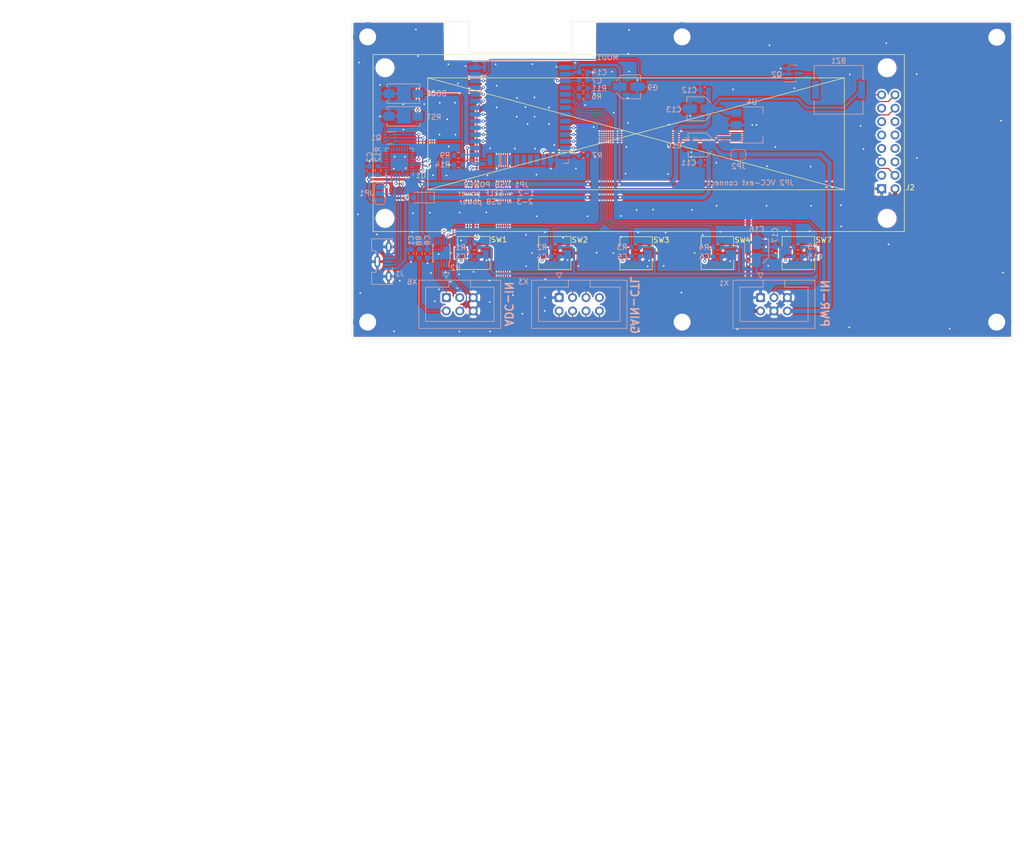
<source format=kicad_pcb>
(kicad_pcb (version 20211014) (generator pcbnew)

  (general
    (thickness 1.6)
  )

  (paper "A4")
  (layers
    (0 "F.Cu" signal)
    (31 "B.Cu" signal)
    (32 "B.Adhes" user "B.Adhesive")
    (33 "F.Adhes" user "F.Adhesive")
    (34 "B.Paste" user)
    (35 "F.Paste" user)
    (36 "B.SilkS" user "B.Silkscreen")
    (37 "F.SilkS" user "F.Silkscreen")
    (38 "B.Mask" user)
    (39 "F.Mask" user)
    (40 "Dwgs.User" user "User.Drawings")
    (41 "Cmts.User" user "User.Comments")
    (42 "Eco1.User" user "User.Eco1")
    (43 "Eco2.User" user "User.Eco2")
    (44 "Edge.Cuts" user)
    (45 "Margin" user)
    (46 "B.CrtYd" user "B.Courtyard")
    (47 "F.CrtYd" user "F.Courtyard")
    (48 "B.Fab" user)
    (49 "F.Fab" user)
  )

  (setup
    (stackup
      (layer "F.SilkS" (type "Top Silk Screen"))
      (layer "F.Paste" (type "Top Solder Paste"))
      (layer "F.Mask" (type "Top Solder Mask") (thickness 0.01))
      (layer "F.Cu" (type "copper") (thickness 0.035))
      (layer "dielectric 1" (type "core") (thickness 1.51) (material "FR4") (epsilon_r 4.5) (loss_tangent 0.02))
      (layer "B.Cu" (type "copper") (thickness 0.035))
      (layer "B.Mask" (type "Bottom Solder Mask") (thickness 0.01))
      (layer "B.Paste" (type "Bottom Solder Paste"))
      (layer "B.SilkS" (type "Bottom Silk Screen"))
      (copper_finish "None")
      (dielectric_constraints no)
    )
    (pad_to_mask_clearance 0)
    (pcbplotparams
      (layerselection 0x00010fc_ffffffff)
      (disableapertmacros false)
      (usegerberextensions false)
      (usegerberattributes true)
      (usegerberadvancedattributes true)
      (creategerberjobfile true)
      (svguseinch false)
      (svgprecision 6)
      (excludeedgelayer true)
      (plotframeref false)
      (viasonmask false)
      (mode 1)
      (useauxorigin false)
      (hpglpennumber 1)
      (hpglpenspeed 20)
      (hpglpendiameter 15.000000)
      (dxfpolygonmode true)
      (dxfimperialunits true)
      (dxfusepcbnewfont true)
      (psnegative false)
      (psa4output false)
      (plotreference true)
      (plotvalue true)
      (plotinvisibletext false)
      (sketchpadsonfab false)
      (subtractmaskfromsilk false)
      (outputformat 1)
      (mirror false)
      (drillshape 1)
      (scaleselection 1)
      (outputdirectory "")
    )
  )

  (net 0 "")
  (net 1 "VCC")
  (net 2 "GND")
  (net 3 "+3V3")
  (net 4 "/ESP_RST")
  (net 5 "/BTN_USR_1")
  (net 6 "/BTN_USR_2")
  (net 7 "/BTN_USR_3")
  (net 8 "/BTN_USR_4")
  (net 9 "/ERROR")
  (net 10 "unconnected-(U1-Pad1)")
  (net 11 "unconnected-(U1-Pad2)")
  (net 12 "unconnected-(U1-Pad10)")
  (net 13 "unconnected-(U1-Pad11)")
  (net 14 "unconnected-(U1-Pad12)")
  (net 15 "unconnected-(U1-Pad13)")
  (net 16 "unconnected-(U1-Pad14)")
  (net 17 "unconnected-(U1-Pad15)")
  (net 18 "unconnected-(U1-Pad16)")
  (net 19 "unconnected-(U1-Pad17)")
  (net 20 "unconnected-(U1-Pad18)")
  (net 21 "unconnected-(U1-Pad19)")
  (net 22 "unconnected-(U1-Pad20)")
  (net 23 "unconnected-(U1-Pad21)")
  (net 24 "/ESP_GPIO0")
  (net 25 "unconnected-(U1-Pad22)")
  (net 26 "unconnected-(U1-Pad23)")
  (net 27 "unconnected-(U1-Pad27)")
  (net 28 "/IN_ADC0")
  (net 29 "/I2C_SDA")
  (net 30 "/ESP_RX")
  (net 31 "/ESP_TX")
  (net 32 "/I2C_SCL")
  (net 33 "/IN_ADC1")
  (net 34 "/IN_ADC2")
  (net 35 "unconnected-(U2-Pad7)")
  (net 36 "/BTN_USR_5")
  (net 37 "/uC04")
  (net 38 "/uC05")
  (net 39 "/uC03")
  (net 40 "/ESP_GPIO2")
  (net 41 "/uC06")
  (net 42 "/uC02")
  (net 43 "unconnected-(X3-Pad7)")
  (net 44 "VBUS")
  (net 45 "Net-(JP1-Pad2)")
  (net 46 "/DTR")
  (net 47 "/RTS")
  (net 48 "/USB_RST")
  (net 49 "/D-")
  (net 50 "/D+")
  (net 51 "/LEVEL")
  (net 52 "unconnected-(J2-Pad3)")
  (net 53 "/OLED_MOSI")
  (net 54 "unconnected-(J2-Pad6)")
  (net 55 "unconnected-(J2-Pad7)")
  (net 56 "unconnected-(J2-Pad8)")
  (net 57 "unconnected-(J2-Pad9)")
  (net 58 "unconnected-(J2-Pad10)")
  (net 59 "unconnected-(J2-Pad11)")
  (net 60 "unconnected-(J2-Pad12)")
  (net 61 "unconnected-(J2-Pad13)")
  (net 62 "/OLED_DC")
  (net 63 "/OLED_RST")
  (net 64 "/OLED_CS")
  (net 65 "/ESP_GPIO12")
  (net 66 "/BUZZER")
  (net 67 "unconnected-(MOD1-Pad17)")
  (net 68 "unconnected-(MOD1-Pad18)")
  (net 69 "unconnected-(MOD1-Pad19)")
  (net 70 "unconnected-(MOD1-Pad20)")
  (net 71 "unconnected-(MOD1-Pad21)")
  (net 72 "unconnected-(MOD1-Pad22)")
  (net 73 "/OLED_SCK")
  (net 74 "/uC01")
  (net 75 "unconnected-(MOD1-Pad32)")
  (net 76 "/LEVEL_PU")
  (net 77 "unconnected-(U2-Pad2)")
  (net 78 "/VCC-ext")
  (net 79 "Net-(BZ1-Pad2)")

  (footprint "Button_Switch_SMD:SW_SPST_ALPS_SKPMAME010" (layer "F.Cu") (at 93.9546 109.8296))

  (footprint "MountingHole:MountingHole_3.2mm_M3_ISO14580_Pad" (layer "F.Cu") (at 58.547 68.9102))

  (footprint "MountingHole:MountingHole_3.2mm_M3_ISO14580_Pad" (layer "F.Cu") (at 177.5714 68.9864))

  (footprint "MountingHole:MountingHole_3.2mm_M3_ISO14580_Pad" (layer "F.Cu") (at 177.546 122.9106))

  (footprint "Button_Switch_SMD:SW_SPST_ALPS_SKPMAME010" (layer "F.Cu") (at 109.333893 109.855))

  (footprint "Button_Switch_SMD:SW_SPST_ALPS_SKPMAME010" (layer "F.Cu") (at 140.0302 109.8296))

  (footprint "Button_Switch_SMD:SW_SPST_ALPS_SKPMAME010" (layer "F.Cu") (at 124.700893 109.8296))

  (footprint "MountingHole:MountingHole_3.2mm_M3_ISO14580_Pad" (layer "F.Cu") (at 58.547 122.9106))

  (footprint "Button_Switch_SMD:SW_SPST_ALPS_SKPMAME010" (layer "F.Cu") (at 78.613 109.8296))

  (footprint "MountingHole:MountingHole_3.2mm_M3_ISO14580_Pad" (layer "F.Cu") (at 118.0338 122.9106))

  (footprint "MountingHole:MountingHole_3.2mm_M3_ISO14580_Pad" (layer "F.Cu") (at 118.0338 68.9102))

  (footprint "Display:OLED_SSD1322_NHD_256X64" (layer "F.Cu") (at 160.0708 72.263))

  (footprint "Capacitor_SMD:C_0603_1608Metric" (layer "B.Cu") (at 69.85 109.9312 -90))

  (footprint "Capacitor_SMD:C_0603_1608Metric" (layer "B.Cu") (at 109.22 110.49 180))

  (footprint "Capacitor_SMD:C_0603_1608Metric" (layer "B.Cu") (at 66.7512 109.9058 -90))

  (footprint "Resistor_SMD:R_0603_1608Metric" (layer "B.Cu") (at 99.3394 91.3384))

  (footprint "Connector_IDC:IDC-Header_2x04_P2.54mm_Vertical" (layer "B.Cu") (at 94.7674 118.2624 -90))

  (footprint "Capacitor_SMD:C_0603_1608Metric" (layer "B.Cu") (at 139.954 110.49 180))

  (footprint "Resistor_SMD:R_0603_1608Metric" (layer "B.Cu") (at 93.98 108.712 180))

  (footprint "Capacitor_SMD:C_0603_1608Metric" (layer "B.Cu") (at 124.714 110.49 180))

  (footprint "Package_SO:TSSOP-10_3x3mm_P0.5mm" (layer "B.Cu") (at 72.4916 109.855 90))

  (footprint "Capacitor_SMD:C_Elec_4x5.4" (layer "B.Cu") (at 121.1834 82.5246 180))

  (footprint "Diode_SMD:D_SOD-123" (layer "B.Cu") (at 68.8848 99.314 180))

  (footprint "Resistor_SMD:R_0603_1608Metric" (layer "B.Cu") (at 109.22 108.712 180))

  (footprint "Package_TO_SOT_SMD:SOT-23" (layer "B.Cu") (at 139.1412 75.8444))

  (footprint "Jumper:SolderJumper-2_P1.3mm_Open_RoundedPad1.0x1.5mm" (layer "B.Cu") (at 128.6764 91.2368 180))

  (footprint "Capacitor_SMD:C_0603_1608Metric" (layer "B.Cu") (at 135.636 109.474 90))

  (footprint "Connector_IDC:IDC-Header_2x03_P2.54mm_Vertical" (layer "B.Cu") (at 132.8674 118.2624 -90))

  (footprint "Resistor_SMD:R_0603_1608Metric" (layer "B.Cu") (at 99.3394 78.6384))

  (footprint "Capacitor_SMD:C_0603_1608Metric" (layer "B.Cu") (at 99.3394 77.1144))

  (footprint "Capacitor_SMD:C_0603_1608Metric" (layer "B.Cu") (at 93.967 110.49 180))

  (footprint "Resistor_SMD:R_0603_1608Metric" (layer "B.Cu") (at 99.3394 80.1624 180))

  (footprint "Capacitor_SMD:C_Elec_4x5.4" (layer "B.Cu") (at 107.8992 78.359))

  (footprint "Resistor_SMD:R_0603_1608Metric" (layer "B.Cu") (at 60.5028 94.2086 -90))

  (footprint "Connector_IDC:IDC-Header_2x03_P2.54mm_Vertical" (layer "B.Cu") (at 73.4314 118.2624 -90))

  (footprint "Resistor_SMD:R_0603_1608Metric" (layer "B.Cu") (at 139.954 108.712 180))

  (footprint "Package_DFN_QFN:QFN-28-1EP_5x5mm_P0.5mm_EP3.35x3.35mm" (layer "B.Cu") (at 64.5414 92.6084 90))

  (footprint "Resistor_SMD:R_0603_1608Metric" (layer "B.Cu") (at 78.74 108.712 180))

  (footprint "Capacitor_SMD:C_Elec_4x5.4" (layer "B.Cu") (at 132.1308 109.474 90))

  (footprint "Capacitor_SMD:C_0603_1608Metric" (layer "B.Cu") (at 58.928 94.2086 90))

  (footprint "Connector_USB:USB_Micro-B_Molex-105133-0031" (layer "B.Cu") (at 61.4398 111.4552 90))

  (footprint "Capacitor_SMD:C_0603_1608Metric" (layer "B.Cu") (at 122.2756 92.6846 180))

  (footprint "Button_Switch_SMD:SW_SPST_EVQPE1" (layer "B.Cu") (at 65.3034 79.6544 180))

  (footprint "Resistor_SMD:R_0603_1608Metric" (layer "B.Cu") (at 68.3006 109.9312 -90))

  (footprint "Resistor_SMD:R_0603_1608Metric" (layer "B.Cu") (at 124.7648 108.712 180))

  (footprint "Jumper:SolderJumper-3_P1.3mm_Open_RoundedPad1.0x1.5mm" (layer "B.Cu") (at 60.833 98.5774 -90))

  (footprint "Package_TO_SOT_SMD:SOT-363_SC-70-6" (layer "B.Cu") (at 62.7634 88.0364 180))

  (footprint "Capacitor_SMD:C_0603_1608Metric" (layer "B.Cu") (at 99.3394 75.5904))

  (footprint "Buzzer_Beeper:Buzzer_Murata_PKMCS0909E" (layer "B.Cu") (at 147.6248 78.9432 180))

  (footprint "Button_Switch_SMD:SW_SPST_EVQPE1" (layer "B.Cu") (at 65.3034 83.9724 180))

  (footprint "Resistor_SMD:R_0603_1608Metric" (layer "B.Cu")
    (tedit 5F68FEEE) (tstamp c7275fc3-4f16-46bf-8f80-6deb465324b2)
    (at 75.7174 93.1164)
    (descr "Resistor SMD 0603 (1608 Metric), square (rectangular) end terminal, IPC_7351 nominal, (Body size source: IPC-SM-782 page 72, https://www.pcb-3d.com/wordpress/wp-content/uploads/ipc-sm-782a_amendment_1_and_2.pdf), generated with kicad-footprint-generator")
    (tags "resistor")
    (property "DNP" "")
    (property "Sheetfile" "MiliOhmMeter.kicad_sch")
    (property "Sheetname" "")
    (path "/00000000-0000-0000-0000-000060c7d921")
    (attr smd)
    (fp_text reference "R14" (at -3.0226 -0.0254) (layer "B.SilkS")
      (effects (font (size 1 1) (thickness 0.15)) (justify mirror))
      (tstamp 8501050e-edc9-4ded-9c9d-dc47c1400d6c)
    )
    (fp_text value "10K" (at 0 -1.43) (layer "B.Fab")
      (effects (font (size 1 1) (thickness 0.15)) (justify mirror))
      (tstamp 3696d465-4f7a-4041-9375-1ef795a49c4a)
    )
    (fp_text user "${REFERENCE}" (at 0 0) (layer "B.Fab")
      (effects (font (size 0.4 0.4) (thickness 0.06)) (justify mirror))
      (tstamp e3525217-e12e-46f7-a8cd-e87fd44e6bf0)
    )
    (fp_line (start -0.237258 -0.5225) (end 0.237258 -0.5225) (layer "B.SilkS") (width 0.12) (tstamp 2870d5b6-0946-4868-a171-6574f5602cc4))
    (fp_line (start -0.237258 0.5225) (end 0.237258 0.5225) (layer "B.SilkS") (width 0.12) (tstamp e6200eb8-71c2-47de-9a28-03ea31becf06))
    (fp_line (start 1.48 -0.73) (end -1.48 -0.73) (layer "B.CrtYd") (width 0.05) (tstamp 0089fa82-50a3-4003-8580-f18055c670f5))
    (fp_line (start -1.48 0.73) (end 1.48 0.73) (layer "B.CrtYd") (width 0.05) (tstamp 56f6009b-2109-453d-8c00-eb1140f57c10))
    (fp_line (start 1.48 0.73) (end 1.48 -0.73) (layer "B.CrtYd") (width 0.05) (tstamp b8bf4972-8d6c-46cf-a5f4-aa6807c0b38f))
    (fp_line (start -1.48 -0.73) (end -1.48 0.73) (layer "B.CrtYd") (width 0.05) (tstamp e7c6388f-2b44-4a8c-8d29-c0c474e5ace4))
    (fp_line (start -0.8
... [804301 chars truncated]
</source>
